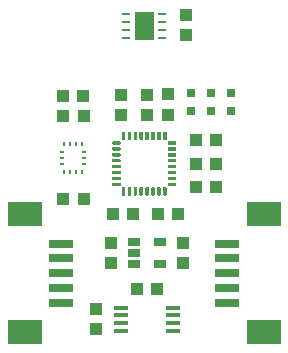
<source format=gbr>
G04 #@! TF.GenerationSoftware,KiCad,Pcbnew,(5.1.2)-1*
G04 #@! TF.CreationDate,2019-06-05T16:17:15+02:00*
G04 #@! TF.ProjectId,BodyTempUnit-e7,426f6479-5465-46d7-9055-6e69742d6537,rev?*
G04 #@! TF.SameCoordinates,Original*
G04 #@! TF.FileFunction,Paste,Top*
G04 #@! TF.FilePolarity,Positive*
%FSLAX46Y46*%
G04 Gerber Fmt 4.6, Leading zero omitted, Abs format (unit mm)*
G04 Created by KiCad (PCBNEW (5.1.2)-1) date 2019-06-05 16:17:15*
%MOMM*%
%LPD*%
G04 APERTURE LIST*
%ADD10C,0.100000*%
%ADD11R,1.080000X1.050000*%
%ADD12R,1.060000X0.650000*%
%ADD13R,1.200000X0.450000*%
%ADD14R,0.799996X0.275600*%
%ADD15R,3.000000X2.100000*%
%ADD16R,2.000000X0.800000*%
%ADD17R,0.450000X0.250000*%
%ADD18R,0.250000X0.450000*%
%ADD19R,1.050000X1.080000*%
%ADD20R,1.100000X1.000000*%
%ADD21R,1.000000X1.100000*%
%ADD22C,0.300000*%
%ADD23R,0.800000X0.800000*%
G04 APERTURE END LIST*
D10*
G36*
X76701000Y-106375200D02*
G01*
X76701000Y-108762800D01*
X78301200Y-108762800D01*
X78301200Y-106375200D01*
X76701000Y-106375200D01*
G37*
D11*
X80800000Y-127687000D03*
X80800000Y-125937000D03*
X74704000Y-127687000D03*
X74704000Y-125937000D03*
D12*
X78852000Y-125862000D03*
X78852000Y-127762000D03*
X76652000Y-127762000D03*
X76652000Y-126812000D03*
X76652000Y-125862000D03*
D13*
X79927000Y-131425000D03*
X79927000Y-132075000D03*
X79927000Y-132725000D03*
X79927000Y-133375000D03*
X75577000Y-133375000D03*
X75577000Y-132725000D03*
X75577000Y-132075000D03*
X75577000Y-131425000D03*
D14*
X79050500Y-106578400D03*
X79050500Y-107238800D03*
X79050500Y-107899200D03*
X79050500Y-108559600D03*
X75951700Y-108559600D03*
X75951700Y-107899200D03*
X75951700Y-107238800D03*
X75951700Y-106578400D03*
D15*
X87626100Y-123503600D03*
X87626100Y-133503600D03*
D16*
X84501100Y-126003600D03*
X84501100Y-127253600D03*
X84501100Y-128503600D03*
X84501100Y-129753600D03*
X84501100Y-131003600D03*
D15*
X67376100Y-133503600D03*
X67376100Y-123503600D03*
D16*
X70501100Y-131003600D03*
X70501100Y-129753600D03*
X70501100Y-128503600D03*
X70501100Y-127253600D03*
X70501100Y-126003600D03*
D13*
X79927000Y-131425000D03*
X79927000Y-132075000D03*
X79927000Y-132725000D03*
X79927000Y-133375000D03*
X75577000Y-133375000D03*
X75577000Y-132725000D03*
X75577000Y-132075000D03*
X75577000Y-131425000D03*
D17*
X72426100Y-118233600D03*
X72426100Y-118733600D03*
X72426100Y-119233600D03*
D18*
X72251100Y-119908600D03*
X71751100Y-119908600D03*
X71251100Y-119908600D03*
X70751100Y-119908600D03*
D17*
X70576100Y-119233600D03*
X70576100Y-118733600D03*
X70576100Y-118233600D03*
D18*
X70751100Y-117558600D03*
X71251100Y-117558600D03*
X71751100Y-117558600D03*
X72251100Y-117558600D03*
D11*
X73406000Y-133275000D03*
X73406000Y-131525000D03*
X79501100Y-113358600D03*
X79501100Y-115108600D03*
D19*
X74845000Y-123510000D03*
X76595000Y-123510000D03*
D11*
X81001100Y-108378600D03*
X81001100Y-106628600D03*
D20*
X75501100Y-113383600D03*
X75501100Y-115083600D03*
D21*
X78602000Y-129860000D03*
X76902000Y-129860000D03*
D20*
X77735300Y-113383600D03*
X77735300Y-115083600D03*
D10*
G36*
X75433451Y-120833961D02*
G01*
X75440732Y-120835041D01*
X75447871Y-120836829D01*
X75454801Y-120839309D01*
X75461455Y-120842456D01*
X75467768Y-120846240D01*
X75473679Y-120850624D01*
X75479133Y-120855567D01*
X75484076Y-120861021D01*
X75488460Y-120866932D01*
X75492244Y-120873245D01*
X75495391Y-120879899D01*
X75497871Y-120886829D01*
X75499659Y-120893968D01*
X75500739Y-120901249D01*
X75501100Y-120908600D01*
X75501100Y-121058600D01*
X75500739Y-121065951D01*
X75499659Y-121073232D01*
X75497871Y-121080371D01*
X75495391Y-121087301D01*
X75492244Y-121093955D01*
X75488460Y-121100268D01*
X75484076Y-121106179D01*
X75479133Y-121111633D01*
X75473679Y-121116576D01*
X75467768Y-121120960D01*
X75461455Y-121124744D01*
X75454801Y-121127891D01*
X75447871Y-121130371D01*
X75440732Y-121132159D01*
X75433451Y-121133239D01*
X75426100Y-121133600D01*
X74876100Y-121133600D01*
X74868749Y-121133239D01*
X74861468Y-121132159D01*
X74854329Y-121130371D01*
X74847399Y-121127891D01*
X74840745Y-121124744D01*
X74834432Y-121120960D01*
X74828521Y-121116576D01*
X74823067Y-121111633D01*
X74818124Y-121106179D01*
X74813740Y-121100268D01*
X74809956Y-121093955D01*
X74806809Y-121087301D01*
X74804329Y-121080371D01*
X74802541Y-121073232D01*
X74801461Y-121065951D01*
X74801100Y-121058600D01*
X74801100Y-120908600D01*
X74801461Y-120901249D01*
X74802541Y-120893968D01*
X74804329Y-120886829D01*
X74806809Y-120879899D01*
X74809956Y-120873245D01*
X74813740Y-120866932D01*
X74818124Y-120861021D01*
X74823067Y-120855567D01*
X74828521Y-120850624D01*
X74834432Y-120846240D01*
X74840745Y-120842456D01*
X74847399Y-120839309D01*
X74854329Y-120836829D01*
X74861468Y-120835041D01*
X74868749Y-120833961D01*
X74876100Y-120833600D01*
X75426100Y-120833600D01*
X75433451Y-120833961D01*
X75433451Y-120833961D01*
G37*
D22*
X75151100Y-120983600D03*
D10*
G36*
X75433451Y-120333961D02*
G01*
X75440732Y-120335041D01*
X75447871Y-120336829D01*
X75454801Y-120339309D01*
X75461455Y-120342456D01*
X75467768Y-120346240D01*
X75473679Y-120350624D01*
X75479133Y-120355567D01*
X75484076Y-120361021D01*
X75488460Y-120366932D01*
X75492244Y-120373245D01*
X75495391Y-120379899D01*
X75497871Y-120386829D01*
X75499659Y-120393968D01*
X75500739Y-120401249D01*
X75501100Y-120408600D01*
X75501100Y-120558600D01*
X75500739Y-120565951D01*
X75499659Y-120573232D01*
X75497871Y-120580371D01*
X75495391Y-120587301D01*
X75492244Y-120593955D01*
X75488460Y-120600268D01*
X75484076Y-120606179D01*
X75479133Y-120611633D01*
X75473679Y-120616576D01*
X75467768Y-120620960D01*
X75461455Y-120624744D01*
X75454801Y-120627891D01*
X75447871Y-120630371D01*
X75440732Y-120632159D01*
X75433451Y-120633239D01*
X75426100Y-120633600D01*
X74876100Y-120633600D01*
X74868749Y-120633239D01*
X74861468Y-120632159D01*
X74854329Y-120630371D01*
X74847399Y-120627891D01*
X74840745Y-120624744D01*
X74834432Y-120620960D01*
X74828521Y-120616576D01*
X74823067Y-120611633D01*
X74818124Y-120606179D01*
X74813740Y-120600268D01*
X74809956Y-120593955D01*
X74806809Y-120587301D01*
X74804329Y-120580371D01*
X74802541Y-120573232D01*
X74801461Y-120565951D01*
X74801100Y-120558600D01*
X74801100Y-120408600D01*
X74801461Y-120401249D01*
X74802541Y-120393968D01*
X74804329Y-120386829D01*
X74806809Y-120379899D01*
X74809956Y-120373245D01*
X74813740Y-120366932D01*
X74818124Y-120361021D01*
X74823067Y-120355567D01*
X74828521Y-120350624D01*
X74834432Y-120346240D01*
X74840745Y-120342456D01*
X74847399Y-120339309D01*
X74854329Y-120336829D01*
X74861468Y-120335041D01*
X74868749Y-120333961D01*
X74876100Y-120333600D01*
X75426100Y-120333600D01*
X75433451Y-120333961D01*
X75433451Y-120333961D01*
G37*
D22*
X75151100Y-120483600D03*
D10*
G36*
X75433451Y-119833961D02*
G01*
X75440732Y-119835041D01*
X75447871Y-119836829D01*
X75454801Y-119839309D01*
X75461455Y-119842456D01*
X75467768Y-119846240D01*
X75473679Y-119850624D01*
X75479133Y-119855567D01*
X75484076Y-119861021D01*
X75488460Y-119866932D01*
X75492244Y-119873245D01*
X75495391Y-119879899D01*
X75497871Y-119886829D01*
X75499659Y-119893968D01*
X75500739Y-119901249D01*
X75501100Y-119908600D01*
X75501100Y-120058600D01*
X75500739Y-120065951D01*
X75499659Y-120073232D01*
X75497871Y-120080371D01*
X75495391Y-120087301D01*
X75492244Y-120093955D01*
X75488460Y-120100268D01*
X75484076Y-120106179D01*
X75479133Y-120111633D01*
X75473679Y-120116576D01*
X75467768Y-120120960D01*
X75461455Y-120124744D01*
X75454801Y-120127891D01*
X75447871Y-120130371D01*
X75440732Y-120132159D01*
X75433451Y-120133239D01*
X75426100Y-120133600D01*
X74876100Y-120133600D01*
X74868749Y-120133239D01*
X74861468Y-120132159D01*
X74854329Y-120130371D01*
X74847399Y-120127891D01*
X74840745Y-120124744D01*
X74834432Y-120120960D01*
X74828521Y-120116576D01*
X74823067Y-120111633D01*
X74818124Y-120106179D01*
X74813740Y-120100268D01*
X74809956Y-120093955D01*
X74806809Y-120087301D01*
X74804329Y-120080371D01*
X74802541Y-120073232D01*
X74801461Y-120065951D01*
X74801100Y-120058600D01*
X74801100Y-119908600D01*
X74801461Y-119901249D01*
X74802541Y-119893968D01*
X74804329Y-119886829D01*
X74806809Y-119879899D01*
X74809956Y-119873245D01*
X74813740Y-119866932D01*
X74818124Y-119861021D01*
X74823067Y-119855567D01*
X74828521Y-119850624D01*
X74834432Y-119846240D01*
X74840745Y-119842456D01*
X74847399Y-119839309D01*
X74854329Y-119836829D01*
X74861468Y-119835041D01*
X74868749Y-119833961D01*
X74876100Y-119833600D01*
X75426100Y-119833600D01*
X75433451Y-119833961D01*
X75433451Y-119833961D01*
G37*
D22*
X75151100Y-119983600D03*
D10*
G36*
X75433451Y-119333961D02*
G01*
X75440732Y-119335041D01*
X75447871Y-119336829D01*
X75454801Y-119339309D01*
X75461455Y-119342456D01*
X75467768Y-119346240D01*
X75473679Y-119350624D01*
X75479133Y-119355567D01*
X75484076Y-119361021D01*
X75488460Y-119366932D01*
X75492244Y-119373245D01*
X75495391Y-119379899D01*
X75497871Y-119386829D01*
X75499659Y-119393968D01*
X75500739Y-119401249D01*
X75501100Y-119408600D01*
X75501100Y-119558600D01*
X75500739Y-119565951D01*
X75499659Y-119573232D01*
X75497871Y-119580371D01*
X75495391Y-119587301D01*
X75492244Y-119593955D01*
X75488460Y-119600268D01*
X75484076Y-119606179D01*
X75479133Y-119611633D01*
X75473679Y-119616576D01*
X75467768Y-119620960D01*
X75461455Y-119624744D01*
X75454801Y-119627891D01*
X75447871Y-119630371D01*
X75440732Y-119632159D01*
X75433451Y-119633239D01*
X75426100Y-119633600D01*
X74876100Y-119633600D01*
X74868749Y-119633239D01*
X74861468Y-119632159D01*
X74854329Y-119630371D01*
X74847399Y-119627891D01*
X74840745Y-119624744D01*
X74834432Y-119620960D01*
X74828521Y-119616576D01*
X74823067Y-119611633D01*
X74818124Y-119606179D01*
X74813740Y-119600268D01*
X74809956Y-119593955D01*
X74806809Y-119587301D01*
X74804329Y-119580371D01*
X74802541Y-119573232D01*
X74801461Y-119565951D01*
X74801100Y-119558600D01*
X74801100Y-119408600D01*
X74801461Y-119401249D01*
X74802541Y-119393968D01*
X74804329Y-119386829D01*
X74806809Y-119379899D01*
X74809956Y-119373245D01*
X74813740Y-119366932D01*
X74818124Y-119361021D01*
X74823067Y-119355567D01*
X74828521Y-119350624D01*
X74834432Y-119346240D01*
X74840745Y-119342456D01*
X74847399Y-119339309D01*
X74854329Y-119336829D01*
X74861468Y-119335041D01*
X74868749Y-119333961D01*
X74876100Y-119333600D01*
X75426100Y-119333600D01*
X75433451Y-119333961D01*
X75433451Y-119333961D01*
G37*
D22*
X75151100Y-119483600D03*
D10*
G36*
X75433451Y-118833961D02*
G01*
X75440732Y-118835041D01*
X75447871Y-118836829D01*
X75454801Y-118839309D01*
X75461455Y-118842456D01*
X75467768Y-118846240D01*
X75473679Y-118850624D01*
X75479133Y-118855567D01*
X75484076Y-118861021D01*
X75488460Y-118866932D01*
X75492244Y-118873245D01*
X75495391Y-118879899D01*
X75497871Y-118886829D01*
X75499659Y-118893968D01*
X75500739Y-118901249D01*
X75501100Y-118908600D01*
X75501100Y-119058600D01*
X75500739Y-119065951D01*
X75499659Y-119073232D01*
X75497871Y-119080371D01*
X75495391Y-119087301D01*
X75492244Y-119093955D01*
X75488460Y-119100268D01*
X75484076Y-119106179D01*
X75479133Y-119111633D01*
X75473679Y-119116576D01*
X75467768Y-119120960D01*
X75461455Y-119124744D01*
X75454801Y-119127891D01*
X75447871Y-119130371D01*
X75440732Y-119132159D01*
X75433451Y-119133239D01*
X75426100Y-119133600D01*
X74876100Y-119133600D01*
X74868749Y-119133239D01*
X74861468Y-119132159D01*
X74854329Y-119130371D01*
X74847399Y-119127891D01*
X74840745Y-119124744D01*
X74834432Y-119120960D01*
X74828521Y-119116576D01*
X74823067Y-119111633D01*
X74818124Y-119106179D01*
X74813740Y-119100268D01*
X74809956Y-119093955D01*
X74806809Y-119087301D01*
X74804329Y-119080371D01*
X74802541Y-119073232D01*
X74801461Y-119065951D01*
X74801100Y-119058600D01*
X74801100Y-118908600D01*
X74801461Y-118901249D01*
X74802541Y-118893968D01*
X74804329Y-118886829D01*
X74806809Y-118879899D01*
X74809956Y-118873245D01*
X74813740Y-118866932D01*
X74818124Y-118861021D01*
X74823067Y-118855567D01*
X74828521Y-118850624D01*
X74834432Y-118846240D01*
X74840745Y-118842456D01*
X74847399Y-118839309D01*
X74854329Y-118836829D01*
X74861468Y-118835041D01*
X74868749Y-118833961D01*
X74876100Y-118833600D01*
X75426100Y-118833600D01*
X75433451Y-118833961D01*
X75433451Y-118833961D01*
G37*
D22*
X75151100Y-118983600D03*
D10*
G36*
X75433451Y-118333961D02*
G01*
X75440732Y-118335041D01*
X75447871Y-118336829D01*
X75454801Y-118339309D01*
X75461455Y-118342456D01*
X75467768Y-118346240D01*
X75473679Y-118350624D01*
X75479133Y-118355567D01*
X75484076Y-118361021D01*
X75488460Y-118366932D01*
X75492244Y-118373245D01*
X75495391Y-118379899D01*
X75497871Y-118386829D01*
X75499659Y-118393968D01*
X75500739Y-118401249D01*
X75501100Y-118408600D01*
X75501100Y-118558600D01*
X75500739Y-118565951D01*
X75499659Y-118573232D01*
X75497871Y-118580371D01*
X75495391Y-118587301D01*
X75492244Y-118593955D01*
X75488460Y-118600268D01*
X75484076Y-118606179D01*
X75479133Y-118611633D01*
X75473679Y-118616576D01*
X75467768Y-118620960D01*
X75461455Y-118624744D01*
X75454801Y-118627891D01*
X75447871Y-118630371D01*
X75440732Y-118632159D01*
X75433451Y-118633239D01*
X75426100Y-118633600D01*
X74876100Y-118633600D01*
X74868749Y-118633239D01*
X74861468Y-118632159D01*
X74854329Y-118630371D01*
X74847399Y-118627891D01*
X74840745Y-118624744D01*
X74834432Y-118620960D01*
X74828521Y-118616576D01*
X74823067Y-118611633D01*
X74818124Y-118606179D01*
X74813740Y-118600268D01*
X74809956Y-118593955D01*
X74806809Y-118587301D01*
X74804329Y-118580371D01*
X74802541Y-118573232D01*
X74801461Y-118565951D01*
X74801100Y-118558600D01*
X74801100Y-118408600D01*
X74801461Y-118401249D01*
X74802541Y-118393968D01*
X74804329Y-118386829D01*
X74806809Y-118379899D01*
X74809956Y-118373245D01*
X74813740Y-118366932D01*
X74818124Y-118361021D01*
X74823067Y-118355567D01*
X74828521Y-118350624D01*
X74834432Y-118346240D01*
X74840745Y-118342456D01*
X74847399Y-118339309D01*
X74854329Y-118336829D01*
X74861468Y-118335041D01*
X74868749Y-118333961D01*
X74876100Y-118333600D01*
X75426100Y-118333600D01*
X75433451Y-118333961D01*
X75433451Y-118333961D01*
G37*
D22*
X75151100Y-118483600D03*
D10*
G36*
X75433451Y-117833961D02*
G01*
X75440732Y-117835041D01*
X75447871Y-117836829D01*
X75454801Y-117839309D01*
X75461455Y-117842456D01*
X75467768Y-117846240D01*
X75473679Y-117850624D01*
X75479133Y-117855567D01*
X75484076Y-117861021D01*
X75488460Y-117866932D01*
X75492244Y-117873245D01*
X75495391Y-117879899D01*
X75497871Y-117886829D01*
X75499659Y-117893968D01*
X75500739Y-117901249D01*
X75501100Y-117908600D01*
X75501100Y-118058600D01*
X75500739Y-118065951D01*
X75499659Y-118073232D01*
X75497871Y-118080371D01*
X75495391Y-118087301D01*
X75492244Y-118093955D01*
X75488460Y-118100268D01*
X75484076Y-118106179D01*
X75479133Y-118111633D01*
X75473679Y-118116576D01*
X75467768Y-118120960D01*
X75461455Y-118124744D01*
X75454801Y-118127891D01*
X75447871Y-118130371D01*
X75440732Y-118132159D01*
X75433451Y-118133239D01*
X75426100Y-118133600D01*
X74876100Y-118133600D01*
X74868749Y-118133239D01*
X74861468Y-118132159D01*
X74854329Y-118130371D01*
X74847399Y-118127891D01*
X74840745Y-118124744D01*
X74834432Y-118120960D01*
X74828521Y-118116576D01*
X74823067Y-118111633D01*
X74818124Y-118106179D01*
X74813740Y-118100268D01*
X74809956Y-118093955D01*
X74806809Y-118087301D01*
X74804329Y-118080371D01*
X74802541Y-118073232D01*
X74801461Y-118065951D01*
X74801100Y-118058600D01*
X74801100Y-117908600D01*
X74801461Y-117901249D01*
X74802541Y-117893968D01*
X74804329Y-117886829D01*
X74806809Y-117879899D01*
X74809956Y-117873245D01*
X74813740Y-117866932D01*
X74818124Y-117861021D01*
X74823067Y-117855567D01*
X74828521Y-117850624D01*
X74834432Y-117846240D01*
X74840745Y-117842456D01*
X74847399Y-117839309D01*
X74854329Y-117836829D01*
X74861468Y-117835041D01*
X74868749Y-117833961D01*
X74876100Y-117833600D01*
X75426100Y-117833600D01*
X75433451Y-117833961D01*
X75433451Y-117833961D01*
G37*
D22*
X75151100Y-117983600D03*
D10*
G36*
X75433451Y-117333961D02*
G01*
X75440732Y-117335041D01*
X75447871Y-117336829D01*
X75454801Y-117339309D01*
X75461455Y-117342456D01*
X75467768Y-117346240D01*
X75473679Y-117350624D01*
X75479133Y-117355567D01*
X75484076Y-117361021D01*
X75488460Y-117366932D01*
X75492244Y-117373245D01*
X75495391Y-117379899D01*
X75497871Y-117386829D01*
X75499659Y-117393968D01*
X75500739Y-117401249D01*
X75501100Y-117408600D01*
X75501100Y-117558600D01*
X75500739Y-117565951D01*
X75499659Y-117573232D01*
X75497871Y-117580371D01*
X75495391Y-117587301D01*
X75492244Y-117593955D01*
X75488460Y-117600268D01*
X75484076Y-117606179D01*
X75479133Y-117611633D01*
X75473679Y-117616576D01*
X75467768Y-117620960D01*
X75461455Y-117624744D01*
X75454801Y-117627891D01*
X75447871Y-117630371D01*
X75440732Y-117632159D01*
X75433451Y-117633239D01*
X75426100Y-117633600D01*
X74876100Y-117633600D01*
X74868749Y-117633239D01*
X74861468Y-117632159D01*
X74854329Y-117630371D01*
X74847399Y-117627891D01*
X74840745Y-117624744D01*
X74834432Y-117620960D01*
X74828521Y-117616576D01*
X74823067Y-117611633D01*
X74818124Y-117606179D01*
X74813740Y-117600268D01*
X74809956Y-117593955D01*
X74806809Y-117587301D01*
X74804329Y-117580371D01*
X74802541Y-117573232D01*
X74801461Y-117565951D01*
X74801100Y-117558600D01*
X74801100Y-117408600D01*
X74801461Y-117401249D01*
X74802541Y-117393968D01*
X74804329Y-117386829D01*
X74806809Y-117379899D01*
X74809956Y-117373245D01*
X74813740Y-117366932D01*
X74818124Y-117361021D01*
X74823067Y-117355567D01*
X74828521Y-117350624D01*
X74834432Y-117346240D01*
X74840745Y-117342456D01*
X74847399Y-117339309D01*
X74854329Y-117336829D01*
X74861468Y-117335041D01*
X74868749Y-117333961D01*
X74876100Y-117333600D01*
X75426100Y-117333600D01*
X75433451Y-117333961D01*
X75433451Y-117333961D01*
G37*
D22*
X75151100Y-117483600D03*
D10*
G36*
X75833451Y-116533961D02*
G01*
X75840732Y-116535041D01*
X75847871Y-116536829D01*
X75854801Y-116539309D01*
X75861455Y-116542456D01*
X75867768Y-116546240D01*
X75873679Y-116550624D01*
X75879133Y-116555567D01*
X75884076Y-116561021D01*
X75888460Y-116566932D01*
X75892244Y-116573245D01*
X75895391Y-116579899D01*
X75897871Y-116586829D01*
X75899659Y-116593968D01*
X75900739Y-116601249D01*
X75901100Y-116608600D01*
X75901100Y-117158600D01*
X75900739Y-117165951D01*
X75899659Y-117173232D01*
X75897871Y-117180371D01*
X75895391Y-117187301D01*
X75892244Y-117193955D01*
X75888460Y-117200268D01*
X75884076Y-117206179D01*
X75879133Y-117211633D01*
X75873679Y-117216576D01*
X75867768Y-117220960D01*
X75861455Y-117224744D01*
X75854801Y-117227891D01*
X75847871Y-117230371D01*
X75840732Y-117232159D01*
X75833451Y-117233239D01*
X75826100Y-117233600D01*
X75676100Y-117233600D01*
X75668749Y-117233239D01*
X75661468Y-117232159D01*
X75654329Y-117230371D01*
X75647399Y-117227891D01*
X75640745Y-117224744D01*
X75634432Y-117220960D01*
X75628521Y-117216576D01*
X75623067Y-117211633D01*
X75618124Y-117206179D01*
X75613740Y-117200268D01*
X75609956Y-117193955D01*
X75606809Y-117187301D01*
X75604329Y-117180371D01*
X75602541Y-117173232D01*
X75601461Y-117165951D01*
X75601100Y-117158600D01*
X75601100Y-116608600D01*
X75601461Y-116601249D01*
X75602541Y-116593968D01*
X75604329Y-116586829D01*
X75606809Y-116579899D01*
X75609956Y-116573245D01*
X75613740Y-116566932D01*
X75618124Y-116561021D01*
X75623067Y-116555567D01*
X75628521Y-116550624D01*
X75634432Y-116546240D01*
X75640745Y-116542456D01*
X75647399Y-116539309D01*
X75654329Y-116536829D01*
X75661468Y-116535041D01*
X75668749Y-116533961D01*
X75676100Y-116533600D01*
X75826100Y-116533600D01*
X75833451Y-116533961D01*
X75833451Y-116533961D01*
G37*
D22*
X75751100Y-116883600D03*
D10*
G36*
X76333451Y-116533961D02*
G01*
X76340732Y-116535041D01*
X76347871Y-116536829D01*
X76354801Y-116539309D01*
X76361455Y-116542456D01*
X76367768Y-116546240D01*
X76373679Y-116550624D01*
X76379133Y-116555567D01*
X76384076Y-116561021D01*
X76388460Y-116566932D01*
X76392244Y-116573245D01*
X76395391Y-116579899D01*
X76397871Y-116586829D01*
X76399659Y-116593968D01*
X76400739Y-116601249D01*
X76401100Y-116608600D01*
X76401100Y-117158600D01*
X76400739Y-117165951D01*
X76399659Y-117173232D01*
X76397871Y-117180371D01*
X76395391Y-117187301D01*
X76392244Y-117193955D01*
X76388460Y-117200268D01*
X76384076Y-117206179D01*
X76379133Y-117211633D01*
X76373679Y-117216576D01*
X76367768Y-117220960D01*
X76361455Y-117224744D01*
X76354801Y-117227891D01*
X76347871Y-117230371D01*
X76340732Y-117232159D01*
X76333451Y-117233239D01*
X76326100Y-117233600D01*
X76176100Y-117233600D01*
X76168749Y-117233239D01*
X76161468Y-117232159D01*
X76154329Y-117230371D01*
X76147399Y-117227891D01*
X76140745Y-117224744D01*
X76134432Y-117220960D01*
X76128521Y-117216576D01*
X76123067Y-117211633D01*
X76118124Y-117206179D01*
X76113740Y-117200268D01*
X76109956Y-117193955D01*
X76106809Y-117187301D01*
X76104329Y-117180371D01*
X76102541Y-117173232D01*
X76101461Y-117165951D01*
X76101100Y-117158600D01*
X76101100Y-116608600D01*
X76101461Y-116601249D01*
X76102541Y-116593968D01*
X76104329Y-116586829D01*
X76106809Y-116579899D01*
X76109956Y-116573245D01*
X76113740Y-116566932D01*
X76118124Y-116561021D01*
X76123067Y-116555567D01*
X76128521Y-116550624D01*
X76134432Y-116546240D01*
X76140745Y-116542456D01*
X76147399Y-116539309D01*
X76154329Y-116536829D01*
X76161468Y-116535041D01*
X76168749Y-116533961D01*
X76176100Y-116533600D01*
X76326100Y-116533600D01*
X76333451Y-116533961D01*
X76333451Y-116533961D01*
G37*
D22*
X76251100Y-116883600D03*
D10*
G36*
X76833451Y-116533961D02*
G01*
X76840732Y-116535041D01*
X76847871Y-116536829D01*
X76854801Y-116539309D01*
X76861455Y-116542456D01*
X76867768Y-116546240D01*
X76873679Y-116550624D01*
X76879133Y-116555567D01*
X76884076Y-116561021D01*
X76888460Y-116566932D01*
X76892244Y-116573245D01*
X76895391Y-116579899D01*
X76897871Y-116586829D01*
X76899659Y-116593968D01*
X76900739Y-116601249D01*
X76901100Y-116608600D01*
X76901100Y-117158600D01*
X76900739Y-117165951D01*
X76899659Y-117173232D01*
X76897871Y-117180371D01*
X76895391Y-117187301D01*
X76892244Y-117193955D01*
X76888460Y-117200268D01*
X76884076Y-117206179D01*
X76879133Y-117211633D01*
X76873679Y-117216576D01*
X76867768Y-117220960D01*
X76861455Y-117224744D01*
X76854801Y-117227891D01*
X76847871Y-117230371D01*
X76840732Y-117232159D01*
X76833451Y-117233239D01*
X76826100Y-117233600D01*
X76676100Y-117233600D01*
X76668749Y-117233239D01*
X76661468Y-117232159D01*
X76654329Y-117230371D01*
X76647399Y-117227891D01*
X76640745Y-117224744D01*
X76634432Y-117220960D01*
X76628521Y-117216576D01*
X76623067Y-117211633D01*
X76618124Y-117206179D01*
X76613740Y-117200268D01*
X76609956Y-117193955D01*
X76606809Y-117187301D01*
X76604329Y-117180371D01*
X76602541Y-117173232D01*
X76601461Y-117165951D01*
X76601100Y-117158600D01*
X76601100Y-116608600D01*
X76601461Y-116601249D01*
X76602541Y-116593968D01*
X76604329Y-116586829D01*
X76606809Y-116579899D01*
X76609956Y-116573245D01*
X76613740Y-116566932D01*
X76618124Y-116561021D01*
X76623067Y-116555567D01*
X76628521Y-116550624D01*
X76634432Y-116546240D01*
X76640745Y-116542456D01*
X76647399Y-116539309D01*
X76654329Y-116536829D01*
X76661468Y-116535041D01*
X76668749Y-116533961D01*
X76676100Y-116533600D01*
X76826100Y-116533600D01*
X76833451Y-116533961D01*
X76833451Y-116533961D01*
G37*
D22*
X76751100Y-116883600D03*
D10*
G36*
X77333451Y-116533961D02*
G01*
X77340732Y-116535041D01*
X77347871Y-116536829D01*
X77354801Y-116539309D01*
X77361455Y-116542456D01*
X77367768Y-116546240D01*
X77373679Y-116550624D01*
X77379133Y-116555567D01*
X77384076Y-116561021D01*
X77388460Y-116566932D01*
X77392244Y-116573245D01*
X77395391Y-116579899D01*
X77397871Y-116586829D01*
X77399659Y-116593968D01*
X77400739Y-116601249D01*
X77401100Y-116608600D01*
X77401100Y-117158600D01*
X77400739Y-117165951D01*
X77399659Y-117173232D01*
X77397871Y-117180371D01*
X77395391Y-117187301D01*
X77392244Y-117193955D01*
X77388460Y-117200268D01*
X77384076Y-117206179D01*
X77379133Y-117211633D01*
X77373679Y-117216576D01*
X77367768Y-117220960D01*
X77361455Y-117224744D01*
X77354801Y-117227891D01*
X77347871Y-117230371D01*
X77340732Y-117232159D01*
X77333451Y-117233239D01*
X77326100Y-117233600D01*
X77176100Y-117233600D01*
X77168749Y-117233239D01*
X77161468Y-117232159D01*
X77154329Y-117230371D01*
X77147399Y-117227891D01*
X77140745Y-117224744D01*
X77134432Y-117220960D01*
X77128521Y-117216576D01*
X77123067Y-117211633D01*
X77118124Y-117206179D01*
X77113740Y-117200268D01*
X77109956Y-117193955D01*
X77106809Y-117187301D01*
X77104329Y-117180371D01*
X77102541Y-117173232D01*
X77101461Y-117165951D01*
X77101100Y-117158600D01*
X77101100Y-116608600D01*
X77101461Y-116601249D01*
X77102541Y-116593968D01*
X77104329Y-116586829D01*
X77106809Y-116579899D01*
X77109956Y-116573245D01*
X77113740Y-116566932D01*
X77118124Y-116561021D01*
X77123067Y-116555567D01*
X77128521Y-116550624D01*
X77134432Y-116546240D01*
X77140745Y-116542456D01*
X77147399Y-116539309D01*
X77154329Y-116536829D01*
X77161468Y-116535041D01*
X77168749Y-116533961D01*
X77176100Y-116533600D01*
X77326100Y-116533600D01*
X77333451Y-116533961D01*
X77333451Y-116533961D01*
G37*
D22*
X77251100Y-116883600D03*
D10*
G36*
X77833451Y-116533961D02*
G01*
X77840732Y-116535041D01*
X77847871Y-116536829D01*
X77854801Y-116539309D01*
X77861455Y-116542456D01*
X77867768Y-116546240D01*
X77873679Y-116550624D01*
X77879133Y-116555567D01*
X77884076Y-116561021D01*
X77888460Y-116566932D01*
X77892244Y-116573245D01*
X77895391Y-116579899D01*
X77897871Y-116586829D01*
X77899659Y-116593968D01*
X77900739Y-116601249D01*
X77901100Y-116608600D01*
X77901100Y-117158600D01*
X77900739Y-117165951D01*
X77899659Y-117173232D01*
X77897871Y-117180371D01*
X77895391Y-117187301D01*
X77892244Y-117193955D01*
X77888460Y-117200268D01*
X77884076Y-117206179D01*
X77879133Y-117211633D01*
X77873679Y-117216576D01*
X77867768Y-117220960D01*
X77861455Y-117224744D01*
X77854801Y-117227891D01*
X77847871Y-117230371D01*
X77840732Y-117232159D01*
X77833451Y-117233239D01*
X77826100Y-117233600D01*
X77676100Y-117233600D01*
X77668749Y-117233239D01*
X77661468Y-117232159D01*
X77654329Y-117230371D01*
X77647399Y-117227891D01*
X77640745Y-117224744D01*
X77634432Y-117220960D01*
X77628521Y-117216576D01*
X77623067Y-117211633D01*
X77618124Y-117206179D01*
X77613740Y-117200268D01*
X77609956Y-117193955D01*
X77606809Y-117187301D01*
X77604329Y-117180371D01*
X77602541Y-117173232D01*
X77601461Y-117165951D01*
X77601100Y-117158600D01*
X77601100Y-116608600D01*
X77601461Y-116601249D01*
X77602541Y-116593968D01*
X77604329Y-116586829D01*
X77606809Y-116579899D01*
X77609956Y-116573245D01*
X77613740Y-116566932D01*
X77618124Y-116561021D01*
X77623067Y-116555567D01*
X77628521Y-116550624D01*
X77634432Y-116546240D01*
X77640745Y-116542456D01*
X77647399Y-116539309D01*
X77654329Y-116536829D01*
X77661468Y-116535041D01*
X77668749Y-116533961D01*
X77676100Y-116533600D01*
X77826100Y-116533600D01*
X77833451Y-116533961D01*
X77833451Y-116533961D01*
G37*
D22*
X77751100Y-116883600D03*
D10*
G36*
X78333451Y-116533961D02*
G01*
X78340732Y-116535041D01*
X78347871Y-116536829D01*
X78354801Y-116539309D01*
X78361455Y-116542456D01*
X78367768Y-116546240D01*
X78373679Y-116550624D01*
X78379133Y-116555567D01*
X78384076Y-116561021D01*
X78388460Y-116566932D01*
X78392244Y-116573245D01*
X78395391Y-116579899D01*
X78397871Y-116586829D01*
X78399659Y-116593968D01*
X78400739Y-116601249D01*
X78401100Y-116608600D01*
X78401100Y-117158600D01*
X78400739Y-117165951D01*
X78399659Y-117173232D01*
X78397871Y-117180371D01*
X78395391Y-117187301D01*
X78392244Y-117193955D01*
X78388460Y-117200268D01*
X78384076Y-117206179D01*
X78379133Y-117211633D01*
X78373679Y-117216576D01*
X78367768Y-117220960D01*
X78361455Y-117224744D01*
X78354801Y-117227891D01*
X78347871Y-117230371D01*
X78340732Y-117232159D01*
X78333451Y-117233239D01*
X78326100Y-117233600D01*
X78176100Y-117233600D01*
X78168749Y-117233239D01*
X78161468Y-117232159D01*
X78154329Y-117230371D01*
X78147399Y-117227891D01*
X78140745Y-117224744D01*
X78134432Y-117220960D01*
X78128521Y-117216576D01*
X78123067Y-117211633D01*
X78118124Y-117206179D01*
X78113740Y-117200268D01*
X78109956Y-117193955D01*
X78106809Y-117187301D01*
X78104329Y-117180371D01*
X78102541Y-117173232D01*
X78101461Y-117165951D01*
X78101100Y-117158600D01*
X78101100Y-116608600D01*
X78101461Y-116601249D01*
X78102541Y-116593968D01*
X78104329Y-116586829D01*
X78106809Y-116579899D01*
X78109956Y-116573245D01*
X78113740Y-116566932D01*
X78118124Y-116561021D01*
X78123067Y-116555567D01*
X78128521Y-116550624D01*
X78134432Y-116546240D01*
X78140745Y-116542456D01*
X78147399Y-116539309D01*
X78154329Y-116536829D01*
X78161468Y-116535041D01*
X78168749Y-116533961D01*
X78176100Y-116533600D01*
X78326100Y-116533600D01*
X78333451Y-116533961D01*
X78333451Y-116533961D01*
G37*
D22*
X78251100Y-116883600D03*
D10*
G36*
X78833451Y-116533961D02*
G01*
X78840732Y-116535041D01*
X78847871Y-116536829D01*
X78854801Y-116539309D01*
X78861455Y-116542456D01*
X78867768Y-116546240D01*
X78873679Y-116550624D01*
X78879133Y-116555567D01*
X78884076Y-116561021D01*
X78888460Y-116566932D01*
X78892244Y-116573245D01*
X78895391Y-116579899D01*
X78897871Y-116586829D01*
X78899659Y-116593968D01*
X78900739Y-116601249D01*
X78901100Y-116608600D01*
X78901100Y-117158600D01*
X78900739Y-117165951D01*
X78899659Y-117173232D01*
X78897871Y-117180371D01*
X78895391Y-117187301D01*
X78892244Y-117193955D01*
X78888460Y-117200268D01*
X78884076Y-117206179D01*
X78879133Y-117211633D01*
X78873679Y-117216576D01*
X78867768Y-117220960D01*
X78861455Y-117224744D01*
X78854801Y-117227891D01*
X78847871Y-117230371D01*
X78840732Y-117232159D01*
X78833451Y-117233239D01*
X78826100Y-117233600D01*
X78676100Y-117233600D01*
X78668749Y-117233239D01*
X78661468Y-117232159D01*
X78654329Y-117230371D01*
X78647399Y-117227891D01*
X78640745Y-117224744D01*
X78634432Y-117220960D01*
X78628521Y-117216576D01*
X78623067Y-117211633D01*
X78618124Y-117206179D01*
X78613740Y-117200268D01*
X78609956Y-117193955D01*
X78606809Y-117187301D01*
X78604329Y-117180371D01*
X78602541Y-117173232D01*
X78601461Y-117165951D01*
X78601100Y-117158600D01*
X78601100Y-116608600D01*
X78601461Y-116601249D01*
X78602541Y-116593968D01*
X78604329Y-116586829D01*
X78606809Y-116579899D01*
X78609956Y-116573245D01*
X78613740Y-116566932D01*
X78618124Y-116561021D01*
X78623067Y-116555567D01*
X78628521Y-116550624D01*
X78634432Y-116546240D01*
X78640745Y-116542456D01*
X78647399Y-116539309D01*
X78654329Y-116536829D01*
X78661468Y-116535041D01*
X78668749Y-116533961D01*
X78676100Y-116533600D01*
X78826100Y-116533600D01*
X78833451Y-116533961D01*
X78833451Y-116533961D01*
G37*
D22*
X78751100Y-116883600D03*
D10*
G36*
X79333451Y-116533961D02*
G01*
X79340732Y-116535041D01*
X79347871Y-116536829D01*
X79354801Y-116539309D01*
X79361455Y-116542456D01*
X79367768Y-116546240D01*
X79373679Y-116550624D01*
X79379133Y-116555567D01*
X79384076Y-116561021D01*
X79388460Y-116566932D01*
X79392244Y-116573245D01*
X79395391Y-116579899D01*
X79397871Y-116586829D01*
X79399659Y-116593968D01*
X79400739Y-116601249D01*
X79401100Y-116608600D01*
X79401100Y-117158600D01*
X79400739Y-117165951D01*
X79399659Y-117173232D01*
X79397871Y-117180371D01*
X79395391Y-117187301D01*
X79392244Y-117193955D01*
X79388460Y-117200268D01*
X79384076Y-117206179D01*
X79379133Y-117211633D01*
X79373679Y-117216576D01*
X79367768Y-117220960D01*
X79361455Y-117224744D01*
X79354801Y-117227891D01*
X79347871Y-117230371D01*
X79340732Y-117232159D01*
X79333451Y-117233239D01*
X79326100Y-117233600D01*
X79176100Y-117233600D01*
X79168749Y-117233239D01*
X79161468Y-117232159D01*
X79154329Y-117230371D01*
X79147399Y-117227891D01*
X79140745Y-117224744D01*
X79134432Y-117220960D01*
X79128521Y-117216576D01*
X79123067Y-117211633D01*
X79118124Y-117206179D01*
X79113740Y-117200268D01*
X79109956Y-117193955D01*
X79106809Y-117187301D01*
X79104329Y-117180371D01*
X79102541Y-117173232D01*
X79101461Y-117165951D01*
X79101100Y-117158600D01*
X79101100Y-116608600D01*
X79101461Y-116601249D01*
X79102541Y-116593968D01*
X79104329Y-116586829D01*
X79106809Y-116579899D01*
X79109956Y-116573245D01*
X79113740Y-116566932D01*
X79118124Y-116561021D01*
X79123067Y-116555567D01*
X79128521Y-116550624D01*
X79134432Y-116546240D01*
X79140745Y-116542456D01*
X79147399Y-116539309D01*
X79154329Y-116536829D01*
X79161468Y-116535041D01*
X79168749Y-116533961D01*
X79176100Y-116533600D01*
X79326100Y-116533600D01*
X79333451Y-116533961D01*
X79333451Y-116533961D01*
G37*
D22*
X79251100Y-116883600D03*
D10*
G36*
X80133451Y-117333961D02*
G01*
X80140732Y-117335041D01*
X80147871Y-117336829D01*
X80154801Y-117339309D01*
X80161455Y-117342456D01*
X80167768Y-117346240D01*
X80173679Y-117350624D01*
X80179133Y-117355567D01*
X80184076Y-117361021D01*
X80188460Y-117366932D01*
X80192244Y-117373245D01*
X80195391Y-117379899D01*
X80197871Y-117386829D01*
X80199659Y-117393968D01*
X80200739Y-117401249D01*
X80201100Y-117408600D01*
X80201100Y-117558600D01*
X80200739Y-117565951D01*
X80199659Y-117573232D01*
X80197871Y-117580371D01*
X80195391Y-117587301D01*
X80192244Y-117593955D01*
X80188460Y-117600268D01*
X80184076Y-117606179D01*
X80179133Y-117611633D01*
X80173679Y-117616576D01*
X80167768Y-117620960D01*
X80161455Y-117624744D01*
X80154801Y-117627891D01*
X80147871Y-117630371D01*
X80140732Y-117632159D01*
X80133451Y-117633239D01*
X80126100Y-117633600D01*
X79576100Y-117633600D01*
X79568749Y-117633239D01*
X79561468Y-117632159D01*
X79554329Y-117630371D01*
X79547399Y-117627891D01*
X79540745Y-117624744D01*
X79534432Y-117620960D01*
X79528521Y-117616576D01*
X79523067Y-117611633D01*
X79518124Y-117606179D01*
X79513740Y-117600268D01*
X79509956Y-117593955D01*
X79506809Y-117587301D01*
X79504329Y-117580371D01*
X79502541Y-117573232D01*
X79501461Y-117565951D01*
X79501100Y-117558600D01*
X79501100Y-117408600D01*
X79501461Y-117401249D01*
X79502541Y-117393968D01*
X79504329Y-117386829D01*
X79506809Y-117379899D01*
X79509956Y-117373245D01*
X79513740Y-117366932D01*
X79518124Y-117361021D01*
X79523067Y-117355567D01*
X79528521Y-117350624D01*
X79534432Y-117346240D01*
X79540745Y-117342456D01*
X79547399Y-117339309D01*
X79554329Y-117336829D01*
X79561468Y-117335041D01*
X79568749Y-117333961D01*
X79576100Y-117333600D01*
X80126100Y-117333600D01*
X80133451Y-117333961D01*
X80133451Y-117333961D01*
G37*
D22*
X79851100Y-117483600D03*
D10*
G36*
X80133451Y-117833961D02*
G01*
X80140732Y-117835041D01*
X80147871Y-117836829D01*
X80154801Y-117839309D01*
X80161455Y-117842456D01*
X80167768Y-117846240D01*
X80173679Y-117850624D01*
X80179133Y-117855567D01*
X80184076Y-117861021D01*
X80188460Y-117866932D01*
X80192244Y-117873245D01*
X80195391Y-117879899D01*
X80197871Y-117886829D01*
X80199659Y-117893968D01*
X80200739Y-117901249D01*
X80201100Y-117908600D01*
X80201100Y-118058600D01*
X80200739Y-118065951D01*
X80199659Y-118073232D01*
X80197871Y-118080371D01*
X80195391Y-118087301D01*
X80192244Y-118093955D01*
X80188460Y-118100268D01*
X80184076Y-118106179D01*
X80179133Y-118111633D01*
X80173679Y-118116576D01*
X80167768Y-118120960D01*
X80161455Y-118124744D01*
X80154801Y-118127891D01*
X80147871Y-118130371D01*
X80140732Y-118132159D01*
X80133451Y-118133239D01*
X80126100Y-118133600D01*
X79576100Y-118133600D01*
X79568749Y-118133239D01*
X79561468Y-118132159D01*
X79554329Y-118130371D01*
X79547399Y-118127891D01*
X79540745Y-118124744D01*
X79534432Y-118120960D01*
X79528521Y-118116576D01*
X79523067Y-118111633D01*
X79518124Y-118106179D01*
X79513740Y-118100268D01*
X79509956Y-118093955D01*
X79506809Y-118087301D01*
X79504329Y-118080371D01*
X79502541Y-118073232D01*
X79501461Y-118065951D01*
X79501100Y-118058600D01*
X79501100Y-117908600D01*
X79501461Y-117901249D01*
X79502541Y-117893968D01*
X79504329Y-117886829D01*
X79506809Y-117879899D01*
X79509956Y-117873245D01*
X79513740Y-117866932D01*
X79518124Y-117861021D01*
X79523067Y-117855567D01*
X79528521Y-117850624D01*
X79534432Y-117846240D01*
X79540745Y-117842456D01*
X79547399Y-117839309D01*
X79554329Y-117836829D01*
X79561468Y-117835041D01*
X79568749Y-117833961D01*
X79576100Y-117833600D01*
X80126100Y-117833600D01*
X80133451Y-117833961D01*
X80133451Y-117833961D01*
G37*
D22*
X79851100Y-117983600D03*
D10*
G36*
X80133451Y-118333961D02*
G01*
X80140732Y-118335041D01*
X80147871Y-118336829D01*
X80154801Y-118339309D01*
X80161455Y-118342456D01*
X80167768Y-118346240D01*
X80173679Y-118350624D01*
X80179133Y-118355567D01*
X80184076Y-118361021D01*
X80188460Y-118366932D01*
X80192244Y-118373245D01*
X80195391Y-118379899D01*
X80197871Y-118386829D01*
X80199659Y-118393968D01*
X80200739Y-118401249D01*
X80201100Y-118408600D01*
X80201100Y-118558600D01*
X80200739Y-118565951D01*
X80199659Y-118573232D01*
X80197871Y-118580371D01*
X80195391Y-118587301D01*
X80192244Y-118593955D01*
X80188460Y-118600268D01*
X80184076Y-118606179D01*
X80179133Y-118611633D01*
X80173679Y-118616576D01*
X80167768Y-118620960D01*
X80161455Y-118624744D01*
X80154801Y-118627891D01*
X80147871Y-118630371D01*
X80140732Y-118632159D01*
X80133451Y-118633239D01*
X80126100Y-118633600D01*
X79576100Y-118633600D01*
X79568749Y-118633239D01*
X79561468Y-118632159D01*
X79554329Y-118630371D01*
X79547399Y-118627891D01*
X79540745Y-118624744D01*
X79534432Y-118620960D01*
X79528521Y-118616576D01*
X79523067Y-118611633D01*
X79518124Y-118606179D01*
X79513740Y-118600268D01*
X79509956Y-118593955D01*
X79506809Y-118587301D01*
X79504329Y-118580371D01*
X79502541Y-118573232D01*
X79501461Y-118565951D01*
X79501100Y-118558600D01*
X79501100Y-118408600D01*
X79501461Y-118401249D01*
X79502541Y-118393968D01*
X79504329Y-118386829D01*
X79506809Y-118379899D01*
X79509956Y-118373245D01*
X79513740Y-118366932D01*
X79518124Y-118361021D01*
X79523067Y-118355567D01*
X79528521Y-118350624D01*
X79534432Y-118346240D01*
X79540745Y-118342456D01*
X79547399Y-118339309D01*
X79554329Y-118336829D01*
X79561468Y-118335041D01*
X79568749Y-118333961D01*
X79576100Y-118333600D01*
X80126100Y-118333600D01*
X80133451Y-118333961D01*
X80133451Y-118333961D01*
G37*
D22*
X79851100Y-118483600D03*
D10*
G36*
X80133451Y-118833961D02*
G01*
X80140732Y-118835041D01*
X80147871Y-118836829D01*
X80154801Y-118839309D01*
X80161455Y-118842456D01*
X80167768Y-118846240D01*
X80173679Y-118850624D01*
X80179133Y-118855567D01*
X80184076Y-118861021D01*
X80188460Y-118866932D01*
X80192244Y-118873245D01*
X80195391Y-118879899D01*
X80197871Y-118886829D01*
X80199659Y-118893968D01*
X80200739Y-118901249D01*
X80201100Y-118908600D01*
X80201100Y-119058600D01*
X80200739Y-119065951D01*
X80199659Y-119073232D01*
X80197871Y-119080371D01*
X80195391Y-119087301D01*
X80192244Y-119093955D01*
X80188460Y-119100268D01*
X80184076Y-119106179D01*
X80179133Y-119111633D01*
X80173679Y-119116576D01*
X80167768Y-119120960D01*
X80161455Y-119124744D01*
X80154801Y-119127891D01*
X80147871Y-119130371D01*
X80140732Y-119132159D01*
X80133451Y-119133239D01*
X80126100Y-119133600D01*
X79576100Y-119133600D01*
X79568749Y-119133239D01*
X79561468Y-119132159D01*
X79554329Y-119130371D01*
X79547399Y-119127891D01*
X79540745Y-119124744D01*
X79534432Y-119120960D01*
X79528521Y-119116576D01*
X79523067Y-119111633D01*
X79518124Y-119106179D01*
X79513740Y-119100268D01*
X79509956Y-119093955D01*
X79506809Y-119087301D01*
X79504329Y-119080371D01*
X79502541Y-119073232D01*
X79501461Y-119065951D01*
X79501100Y-119058600D01*
X79501100Y-118908600D01*
X79501461Y-118901249D01*
X79502541Y-118893968D01*
X79504329Y-118886829D01*
X79506809Y-118879899D01*
X79509956Y-118873245D01*
X79513740Y-118866932D01*
X79518124Y-118861021D01*
X79523067Y-118855567D01*
X79528521Y-118850624D01*
X79534432Y-118846240D01*
X79540745Y-118842456D01*
X79547399Y-118839309D01*
X79554329Y-118836829D01*
X79561468Y-118835041D01*
X79568749Y-118833961D01*
X79576100Y-118833600D01*
X80126100Y-118833600D01*
X80133451Y-118833961D01*
X80133451Y-118833961D01*
G37*
D22*
X79851100Y-118983600D03*
D10*
G36*
X80133451Y-119333961D02*
G01*
X80140732Y-119335041D01*
X80147871Y-119336829D01*
X80154801Y-119339309D01*
X80161455Y-119342456D01*
X80167768Y-119346240D01*
X80173679Y-119350624D01*
X80179133Y-119355567D01*
X80184076Y-119361021D01*
X80188460Y-119366932D01*
X80192244Y-119373245D01*
X80195391Y-119379899D01*
X80197871Y-119386829D01*
X80199659Y-119393968D01*
X80200739Y-119401249D01*
X80201100Y-119408600D01*
X80201100Y-119558600D01*
X80200739Y-119565951D01*
X80199659Y-119573232D01*
X80197871Y-119580371D01*
X80195391Y-119587301D01*
X80192244Y-119593955D01*
X80188460Y-119600268D01*
X80184076Y-119606179D01*
X80179133Y-119611633D01*
X80173679Y-119616576D01*
X80167768Y-119620960D01*
X80161455Y-119624744D01*
X80154801Y-119627891D01*
X80147871Y-119630371D01*
X80140732Y-119632159D01*
X80133451Y-119633239D01*
X80126100Y-119633600D01*
X79576100Y-119633600D01*
X79568749Y-119633239D01*
X79561468Y-119632159D01*
X79554329Y-119630371D01*
X79547399Y-119627891D01*
X79540745Y-119624744D01*
X79534432Y-119620960D01*
X79528521Y-119616576D01*
X79523067Y-119611633D01*
X79518124Y-119606179D01*
X79513740Y-119600268D01*
X79509956Y-119593955D01*
X79506809Y-119587301D01*
X79504329Y-119580371D01*
X79502541Y-119573232D01*
X79501461Y-119565951D01*
X79501100Y-119558600D01*
X79501100Y-119408600D01*
X79501461Y-119401249D01*
X79502541Y-119393968D01*
X79504329Y-119386829D01*
X79506809Y-119379899D01*
X79509956Y-119373245D01*
X79513740Y-119366932D01*
X79518124Y-119361021D01*
X79523067Y-119355567D01*
X79528521Y-119350624D01*
X79534432Y-119346240D01*
X79540745Y-119342456D01*
X79547399Y-119339309D01*
X79554329Y-119336829D01*
X79561468Y-119335041D01*
X79568749Y-119333961D01*
X79576100Y-119333600D01*
X80126100Y-119333600D01*
X80133451Y-119333961D01*
X80133451Y-119333961D01*
G37*
D22*
X79851100Y-119483600D03*
D10*
G36*
X80133451Y-119833961D02*
G01*
X80140732Y-119835041D01*
X80147871Y-119836829D01*
X80154801Y-119839309D01*
X80161455Y-119842456D01*
X80167768Y-119846240D01*
X80173679Y-119850624D01*
X80179133Y-119855567D01*
X80184076Y-119861021D01*
X80188460Y-119866932D01*
X80192244Y-119873245D01*
X80195391Y-119879899D01*
X80197871Y-119886829D01*
X80199659Y-119893968D01*
X80200739Y-119901249D01*
X80201100Y-119908600D01*
X80201100Y-120058600D01*
X80200739Y-120065951D01*
X80199659Y-120073232D01*
X80197871Y-120080371D01*
X80195391Y-120087301D01*
X80192244Y-120093955D01*
X80188460Y-120100268D01*
X80184076Y-120106179D01*
X80179133Y-120111633D01*
X80173679Y-120116576D01*
X80167768Y-120120960D01*
X80161455Y-120124744D01*
X80154801Y-120127891D01*
X80147871Y-120130371D01*
X80140732Y-120132159D01*
X80133451Y-120133239D01*
X80126100Y-120133600D01*
X79576100Y-120133600D01*
X79568749Y-120133239D01*
X79561468Y-120132159D01*
X79554329Y-120130371D01*
X79547399Y-120127891D01*
X79540745Y-120124744D01*
X79534432Y-120120960D01*
X79528521Y-120116576D01*
X79523067Y-120111633D01*
X79518124Y-120106179D01*
X79513740Y-120100268D01*
X79509956Y-120093955D01*
X79506809Y-120087301D01*
X79504329Y-120080371D01*
X79502541Y-120073232D01*
X79501461Y-120065951D01*
X79501100Y-120058600D01*
X79501100Y-119908600D01*
X79501461Y-119901249D01*
X79502541Y-119893968D01*
X79504329Y-119886829D01*
X79506809Y-119879899D01*
X79509956Y-119873245D01*
X79513740Y-119866932D01*
X79518124Y-119861021D01*
X79523067Y-119855567D01*
X79528521Y-119850624D01*
X79534432Y-119846240D01*
X79540745Y-119842456D01*
X79547399Y-119839309D01*
X79554329Y-119836829D01*
X79561468Y-119835041D01*
X79568749Y-119833961D01*
X79576100Y-119833600D01*
X80126100Y-119833600D01*
X80133451Y-119833961D01*
X80133451Y-119833961D01*
G37*
D22*
X79851100Y-119983600D03*
D10*
G36*
X80133451Y-120333961D02*
G01*
X80140732Y-120335041D01*
X80147871Y-120336829D01*
X80154801Y-120339309D01*
X80161455Y-120342456D01*
X80167768Y-120346240D01*
X80173679Y-120350624D01*
X80179133Y-120355567D01*
X80184076Y-120361021D01*
X80188460Y-120366932D01*
X80192244Y-120373245D01*
X80195391Y-120379899D01*
X80197871Y-120386829D01*
X80199659Y-120393968D01*
X80200739Y-120401249D01*
X80201100Y-120408600D01*
X80201100Y-120558600D01*
X80200739Y-120565951D01*
X80199659Y-120573232D01*
X80197871Y-120580371D01*
X80195391Y-120587301D01*
X80192244Y-120593955D01*
X80188460Y-120600268D01*
X80184076Y-120606179D01*
X80179133Y-120611633D01*
X80173679Y-120616576D01*
X80167768Y-120620960D01*
X80161455Y-120624744D01*
X80154801Y-120627891D01*
X80147871Y-120630371D01*
X80140732Y-120632159D01*
X80133451Y-120633239D01*
X80126100Y-120633600D01*
X79576100Y-120633600D01*
X79568749Y-120633239D01*
X79561468Y-120632159D01*
X79554329Y-120630371D01*
X79547399Y-120627891D01*
X79540745Y-120624744D01*
X79534432Y-120620960D01*
X79528521Y-120616576D01*
X79523067Y-120611633D01*
X79518124Y-120606179D01*
X79513740Y-120600268D01*
X79509956Y-120593955D01*
X79506809Y-120587301D01*
X79504329Y-120580371D01*
X79502541Y-120573232D01*
X79501461Y-120565951D01*
X79501100Y-120558600D01*
X79501100Y-120408600D01*
X79501461Y-120401249D01*
X79502541Y-120393968D01*
X79504329Y-120386829D01*
X79506809Y-120379899D01*
X79509956Y-120373245D01*
X79513740Y-120366932D01*
X79518124Y-120361021D01*
X79523067Y-120355567D01*
X79528521Y-120350624D01*
X79534432Y-120346240D01*
X79540745Y-120342456D01*
X79547399Y-120339309D01*
X79554329Y-120336829D01*
X79561468Y-120335041D01*
X79568749Y-120333961D01*
X79576100Y-120333600D01*
X80126100Y-120333600D01*
X80133451Y-120333961D01*
X80133451Y-120333961D01*
G37*
D22*
X79851100Y-120483600D03*
D10*
G36*
X80133451Y-120833961D02*
G01*
X80140732Y-120835041D01*
X80147871Y-120836829D01*
X80154801Y-120839309D01*
X80161455Y-120842456D01*
X80167768Y-120846240D01*
X80173679Y-120850624D01*
X80179133Y-120855567D01*
X80184076Y-120861021D01*
X80188460Y-120866932D01*
X80192244Y-120873245D01*
X80195391Y-120879899D01*
X80197871Y-120886829D01*
X80199659Y-120893968D01*
X80200739Y-120901249D01*
X80201100Y-120908600D01*
X80201100Y-121058600D01*
X80200739Y-121065951D01*
X80199659Y-121073232D01*
X80197871Y-121080371D01*
X80195391Y-121087301D01*
X80192244Y-121093955D01*
X80188460Y-121100268D01*
X80184076Y-121106179D01*
X80179133Y-121111633D01*
X80173679Y-121116576D01*
X80167768Y-121120960D01*
X80161455Y-121124744D01*
X80154801Y-121127891D01*
X80147871Y-121130371D01*
X80140732Y-121132159D01*
X80133451Y-121133239D01*
X80126100Y-121133600D01*
X79576100Y-121133600D01*
X79568749Y-121133239D01*
X79561468Y-121132159D01*
X79554329Y-121130371D01*
X79547399Y-121127891D01*
X79540745Y-121124744D01*
X79534432Y-121120960D01*
X79528521Y-121116576D01*
X79523067Y-121111633D01*
X79518124Y-121106179D01*
X79513740Y-121100268D01*
X79509956Y-121093955D01*
X79506809Y-121087301D01*
X79504329Y-121080371D01*
X79502541Y-121073232D01*
X79501461Y-121065951D01*
X79501100Y-121058600D01*
X79501100Y-120908600D01*
X79501461Y-120901249D01*
X79502541Y-120893968D01*
X79504329Y-120886829D01*
X79506809Y-120879899D01*
X79509956Y-120873245D01*
X79513740Y-120866932D01*
X79518124Y-120861021D01*
X79523067Y-120855567D01*
X79528521Y-120850624D01*
X79534432Y-120846240D01*
X79540745Y-120842456D01*
X79547399Y-120839309D01*
X79554329Y-120836829D01*
X79561468Y-120835041D01*
X79568749Y-120833961D01*
X79576100Y-120833600D01*
X80126100Y-120833600D01*
X80133451Y-120833961D01*
X80133451Y-120833961D01*
G37*
D22*
X79851100Y-120983600D03*
D10*
G36*
X79333451Y-121233961D02*
G01*
X79340732Y-121235041D01*
X79347871Y-121236829D01*
X79354801Y-121239309D01*
X79361455Y-121242456D01*
X79367768Y-121246240D01*
X79373679Y-121250624D01*
X79379133Y-121255567D01*
X79384076Y-121261021D01*
X79388460Y-121266932D01*
X79392244Y-121273245D01*
X79395391Y-121279899D01*
X79397871Y-121286829D01*
X79399659Y-121293968D01*
X79400739Y-121301249D01*
X79401100Y-121308600D01*
X79401100Y-121858600D01*
X79400739Y-121865951D01*
X79399659Y-121873232D01*
X79397871Y-121880371D01*
X79395391Y-121887301D01*
X79392244Y-121893955D01*
X79388460Y-121900268D01*
X79384076Y-121906179D01*
X79379133Y-121911633D01*
X79373679Y-121916576D01*
X79367768Y-121920960D01*
X79361455Y-121924744D01*
X79354801Y-121927891D01*
X79347871Y-121930371D01*
X79340732Y-121932159D01*
X79333451Y-121933239D01*
X79326100Y-121933600D01*
X79176100Y-121933600D01*
X79168749Y-121933239D01*
X79161468Y-121932159D01*
X79154329Y-121930371D01*
X79147399Y-121927891D01*
X79140745Y-121924744D01*
X79134432Y-121920960D01*
X79128521Y-121916576D01*
X79123067Y-121911633D01*
X79118124Y-121906179D01*
X79113740Y-121900268D01*
X79109956Y-121893955D01*
X79106809Y-121887301D01*
X79104329Y-121880371D01*
X79102541Y-121873232D01*
X79101461Y-121865951D01*
X79101100Y-121858600D01*
X79101100Y-121308600D01*
X79101461Y-121301249D01*
X79102541Y-121293968D01*
X79104329Y-121286829D01*
X79106809Y-121279899D01*
X79109956Y-121273245D01*
X79113740Y-121266932D01*
X79118124Y-121261021D01*
X79123067Y-121255567D01*
X79128521Y-121250624D01*
X79134432Y-121246240D01*
X79140745Y-121242456D01*
X79147399Y-121239309D01*
X79154329Y-121236829D01*
X79161468Y-121235041D01*
X79168749Y-121233961D01*
X79176100Y-121233600D01*
X79326100Y-121233600D01*
X79333451Y-121233961D01*
X79333451Y-121233961D01*
G37*
D22*
X79251100Y-121583600D03*
D10*
G36*
X78833451Y-121233961D02*
G01*
X78840732Y-121235041D01*
X78847871Y-121236829D01*
X78854801Y-121239309D01*
X78861455Y-121242456D01*
X78867768Y-121246240D01*
X78873679Y-121250624D01*
X78879133Y-121255567D01*
X78884076Y-121261021D01*
X78888460Y-121266932D01*
X78892244Y-121273245D01*
X78895391Y-121279899D01*
X78897871Y-121286829D01*
X78899659Y-121293968D01*
X78900739Y-121301249D01*
X78901100Y-121308600D01*
X78901100Y-121858600D01*
X78900739Y-121865951D01*
X78899659Y-121873232D01*
X78897871Y-121880371D01*
X78895391Y-121887301D01*
X78892244Y-121893955D01*
X78888460Y-121900268D01*
X78884076Y-121906179D01*
X78879133Y-121911633D01*
X78873679Y-121916576D01*
X78867768Y-121920960D01*
X78861455Y-121924744D01*
X78854801Y-121927891D01*
X78847871Y-121930371D01*
X78840732Y-121932159D01*
X78833451Y-121933239D01*
X78826100Y-121933600D01*
X78676100Y-121933600D01*
X78668749Y-121933239D01*
X78661468Y-121932159D01*
X78654329Y-121930371D01*
X78647399Y-121927891D01*
X78640745Y-121924744D01*
X78634432Y-121920960D01*
X78628521Y-121916576D01*
X78623067Y-121911633D01*
X78618124Y-121906179D01*
X78613740Y-121900268D01*
X78609956Y-121893955D01*
X78606809Y-121887301D01*
X78604329Y-121880371D01*
X78602541Y-121873232D01*
X78601461Y-121865951D01*
X78601100Y-121858600D01*
X78601100Y-121308600D01*
X78601461Y-121301249D01*
X78602541Y-121293968D01*
X78604329Y-121286829D01*
X78606809Y-121279899D01*
X78609956Y-121273245D01*
X78613740Y-121266932D01*
X78618124Y-121261021D01*
X78623067Y-121255567D01*
X78628521Y-121250624D01*
X78634432Y-121246240D01*
X78640745Y-121242456D01*
X78647399Y-121239309D01*
X78654329Y-121236829D01*
X78661468Y-121235041D01*
X78668749Y-121233961D01*
X78676100Y-121233600D01*
X78826100Y-121233600D01*
X78833451Y-121233961D01*
X78833451Y-121233961D01*
G37*
D22*
X78751100Y-121583600D03*
D10*
G36*
X78333451Y-121233961D02*
G01*
X78340732Y-121235041D01*
X78347871Y-121236829D01*
X78354801Y-121239309D01*
X78361455Y-121242456D01*
X78367768Y-121246240D01*
X78373679Y-121250624D01*
X78379133Y-121255567D01*
X78384076Y-121261021D01*
X78388460Y-121266932D01*
X78392244Y-121273245D01*
X78395391Y-121279899D01*
X78397871Y-121286829D01*
X78399659Y-121293968D01*
X78400739Y-121301249D01*
X78401100Y-121308600D01*
X78401100Y-121858600D01*
X78400739Y-121865951D01*
X78399659Y-121873232D01*
X78397871Y-121880371D01*
X78395391Y-121887301D01*
X78392244Y-121893955D01*
X78388460Y-121900268D01*
X78384076Y-121906179D01*
X78379133Y-121911633D01*
X78373679Y-121916576D01*
X78367768Y-121920960D01*
X78361455Y-121924744D01*
X78354801Y-121927891D01*
X78347871Y-121930371D01*
X78340732Y-121932159D01*
X78333451Y-121933239D01*
X78326100Y-121933600D01*
X78176100Y-121933600D01*
X78168749Y-121933239D01*
X78161468Y-121932159D01*
X78154329Y-121930371D01*
X78147399Y-121927891D01*
X78140745Y-121924744D01*
X78134432Y-121920960D01*
X78128521Y-121916576D01*
X78123067Y-121911633D01*
X78118124Y-121906179D01*
X78113740Y-121900268D01*
X78109956Y-121893955D01*
X78106809Y-121887301D01*
X78104329Y-121880371D01*
X78102541Y-121873232D01*
X78101461Y-121865951D01*
X78101100Y-121858600D01*
X78101100Y-121308600D01*
X78101461Y-121301249D01*
X78102541Y-121293968D01*
X78104329Y-121286829D01*
X78106809Y-121279899D01*
X78109956Y-121273245D01*
X78113740Y-121266932D01*
X78118124Y-121261021D01*
X78123067Y-121255567D01*
X78128521Y-121250624D01*
X78134432Y-121246240D01*
X78140745Y-121242456D01*
X78147399Y-121239309D01*
X78154329Y-121236829D01*
X78161468Y-121235041D01*
X78168749Y-121233961D01*
X78176100Y-121233600D01*
X78326100Y-121233600D01*
X78333451Y-121233961D01*
X78333451Y-121233961D01*
G37*
D22*
X78251100Y-121583600D03*
D10*
G36*
X77833451Y-121233961D02*
G01*
X77840732Y-121235041D01*
X77847871Y-121236829D01*
X77854801Y-121239309D01*
X77861455Y-121242456D01*
X77867768Y-121246240D01*
X77873679Y-121250624D01*
X77879133Y-121255567D01*
X77884076Y-121261021D01*
X77888460Y-121266932D01*
X77892244Y-121273245D01*
X77895391Y-121279899D01*
X77897871Y-121286829D01*
X77899659Y-121293968D01*
X77900739Y-121301249D01*
X77901100Y-121308600D01*
X77901100Y-121858600D01*
X77900739Y-121865951D01*
X77899659Y-121873232D01*
X77897871Y-121880371D01*
X77895391Y-121887301D01*
X77892244Y-121893955D01*
X77888460Y-121900268D01*
X77884076Y-121906179D01*
X77879133Y-121911633D01*
X77873679Y-121916576D01*
X77867768Y-121920960D01*
X77861455Y-121924744D01*
X77854801Y-121927891D01*
X77847871Y-121930371D01*
X77840732Y-121932159D01*
X77833451Y-121933239D01*
X77826100Y-121933600D01*
X77676100Y-121933600D01*
X77668749Y-121933239D01*
X77661468Y-121932159D01*
X77654329Y-121930371D01*
X77647399Y-121927891D01*
X77640745Y-121924744D01*
X77634432Y-121920960D01*
X77628521Y-121916576D01*
X77623067Y-121911633D01*
X77618124Y-121906179D01*
X77613740Y-121900268D01*
X77609956Y-121893955D01*
X77606809Y-121887301D01*
X77604329Y-121880371D01*
X77602541Y-121873232D01*
X77601461Y-121865951D01*
X77601100Y-121858600D01*
X77601100Y-121308600D01*
X77601461Y-121301249D01*
X77602541Y-121293968D01*
X77604329Y-121286829D01*
X77606809Y-121279899D01*
X77609956Y-121273245D01*
X77613740Y-121266932D01*
X77618124Y-121261021D01*
X77623067Y-121255567D01*
X77628521Y-121250624D01*
X77634432Y-121246240D01*
X77640745Y-121242456D01*
X77647399Y-121239309D01*
X77654329Y-121236829D01*
X77661468Y-121235041D01*
X77668749Y-121233961D01*
X77676100Y-121233600D01*
X77826100Y-121233600D01*
X77833451Y-121233961D01*
X77833451Y-121233961D01*
G37*
D22*
X77751100Y-121583600D03*
D10*
G36*
X77333451Y-121233961D02*
G01*
X77340732Y-121235041D01*
X77347871Y-121236829D01*
X77354801Y-121239309D01*
X77361455Y-121242456D01*
X77367768Y-121246240D01*
X77373679Y-121250624D01*
X77379133Y-121255567D01*
X77384076Y-121261021D01*
X77388460Y-121266932D01*
X77392244Y-121273245D01*
X77395391Y-121279899D01*
X77397871Y-121286829D01*
X77399659Y-121293968D01*
X77400739Y-121301249D01*
X77401100Y-121308600D01*
X77401100Y-121858600D01*
X77400739Y-121865951D01*
X77399659Y-121873232D01*
X77397871Y-121880371D01*
X77395391Y-121887301D01*
X77392244Y-121893955D01*
X77388460Y-121900268D01*
X77384076Y-121906179D01*
X77379133Y-121911633D01*
X77373679Y-121916576D01*
X77367768Y-121920960D01*
X77361455Y-121924744D01*
X77354801Y-121927891D01*
X77347871Y-121930371D01*
X77340732Y-121932159D01*
X77333451Y-121933239D01*
X77326100Y-121933600D01*
X77176100Y-121933600D01*
X77168749Y-121933239D01*
X77161468Y-121932159D01*
X77154329Y-121930371D01*
X77147399Y-121927891D01*
X77140745Y-121924744D01*
X77134432Y-121920960D01*
X77128521Y-121916576D01*
X77123067Y-121911633D01*
X77118124Y-121906179D01*
X77113740Y-121900268D01*
X77109956Y-121893955D01*
X77106809Y-121887301D01*
X77104329Y-121880371D01*
X77102541Y-121873232D01*
X77101461Y-121865951D01*
X77101100Y-121858600D01*
X77101100Y-121308600D01*
X77101461Y-121301249D01*
X77102541Y-121293968D01*
X77104329Y-121286829D01*
X77106809Y-121279899D01*
X77109956Y-121273245D01*
X77113740Y-121266932D01*
X77118124Y-121261021D01*
X77123067Y-121255567D01*
X77128521Y-121250624D01*
X77134432Y-121246240D01*
X77140745Y-121242456D01*
X77147399Y-121239309D01*
X77154329Y-121236829D01*
X77161468Y-121235041D01*
X77168749Y-121233961D01*
X77176100Y-121233600D01*
X77326100Y-121233600D01*
X77333451Y-121233961D01*
X77333451Y-121233961D01*
G37*
D22*
X77251100Y-121583600D03*
D10*
G36*
X76833451Y-121233961D02*
G01*
X76840732Y-121235041D01*
X76847871Y-121236829D01*
X76854801Y-121239309D01*
X76861455Y-121242456D01*
X76867768Y-121246240D01*
X76873679Y-121250624D01*
X76879133Y-121255567D01*
X76884076Y-121261021D01*
X76888460Y-121266932D01*
X76892244Y-121273245D01*
X76895391Y-121279899D01*
X76897871Y-121286829D01*
X76899659Y-121293968D01*
X76900739Y-121301249D01*
X76901100Y-121308600D01*
X76901100Y-121858600D01*
X76900739Y-121865951D01*
X76899659Y-121873232D01*
X76897871Y-121880371D01*
X76895391Y-121887301D01*
X76892244Y-121893955D01*
X76888460Y-121900268D01*
X76884076Y-121906179D01*
X76879133Y-121911633D01*
X76873679Y-121916576D01*
X76867768Y-121920960D01*
X76861455Y-121924744D01*
X76854801Y-121927891D01*
X76847871Y-121930371D01*
X76840732Y-121932159D01*
X76833451Y-121933239D01*
X76826100Y-121933600D01*
X76676100Y-121933600D01*
X76668749Y-121933239D01*
X76661468Y-121932159D01*
X76654329Y-121930371D01*
X76647399Y-121927891D01*
X76640745Y-121924744D01*
X76634432Y-121920960D01*
X76628521Y-121916576D01*
X76623067Y-121911633D01*
X76618124Y-121906179D01*
X76613740Y-121900268D01*
X76609956Y-121893955D01*
X76606809Y-121887301D01*
X76604329Y-121880371D01*
X76602541Y-121873232D01*
X76601461Y-121865951D01*
X76601100Y-121858600D01*
X76601100Y-121308600D01*
X76601461Y-121301249D01*
X76602541Y-121293968D01*
X76604329Y-121286829D01*
X76606809Y-121279899D01*
X76609956Y-121273245D01*
X76613740Y-121266932D01*
X76618124Y-121261021D01*
X76623067Y-121255567D01*
X76628521Y-121250624D01*
X76634432Y-121246240D01*
X76640745Y-121242456D01*
X76647399Y-121239309D01*
X76654329Y-121236829D01*
X76661468Y-121235041D01*
X76668749Y-121233961D01*
X76676100Y-121233600D01*
X76826100Y-121233600D01*
X76833451Y-121233961D01*
X76833451Y-121233961D01*
G37*
D22*
X76751100Y-121583600D03*
D10*
G36*
X76333451Y-121233961D02*
G01*
X76340732Y-121235041D01*
X76347871Y-121236829D01*
X76354801Y-121239309D01*
X76361455Y-121242456D01*
X76367768Y-121246240D01*
X76373679Y-121250624D01*
X76379133Y-121255567D01*
X76384076Y-121261021D01*
X76388460Y-121266932D01*
X76392244Y-121273245D01*
X76395391Y-121279899D01*
X76397871Y-121286829D01*
X76399659Y-121293968D01*
X76400739Y-121301249D01*
X76401100Y-121308600D01*
X76401100Y-121858600D01*
X76400739Y-121865951D01*
X76399659Y-121873232D01*
X76397871Y-121880371D01*
X76395391Y-121887301D01*
X76392244Y-121893955D01*
X76388460Y-121900268D01*
X76384076Y-121906179D01*
X76379133Y-121911633D01*
X76373679Y-121916576D01*
X76367768Y-121920960D01*
X76361455Y-121924744D01*
X76354801Y-121927891D01*
X76347871Y-121930371D01*
X76340732Y-121932159D01*
X76333451Y-121933239D01*
X76326100Y-121933600D01*
X76176100Y-121933600D01*
X76168749Y-121933239D01*
X76161468Y-121932159D01*
X76154329Y-121930371D01*
X76147399Y-121927891D01*
X76140745Y-121924744D01*
X76134432Y-121920960D01*
X76128521Y-121916576D01*
X76123067Y-121911633D01*
X76118124Y-121906179D01*
X76113740Y-121900268D01*
X76109956Y-121893955D01*
X76106809Y-121887301D01*
X76104329Y-121880371D01*
X76102541Y-121873232D01*
X76101461Y-121865951D01*
X76101100Y-121858600D01*
X76101100Y-121308600D01*
X76101461Y-121301249D01*
X76102541Y-121293968D01*
X76104329Y-121286829D01*
X76106809Y-121279899D01*
X76109956Y-121273245D01*
X76113740Y-121266932D01*
X76118124Y-121261021D01*
X76123067Y-121255567D01*
X76128521Y-121250624D01*
X76134432Y-121246240D01*
X76140745Y-121242456D01*
X76147399Y-121239309D01*
X76154329Y-121236829D01*
X76161468Y-121235041D01*
X76168749Y-121233961D01*
X76176100Y-121233600D01*
X76326100Y-121233600D01*
X76333451Y-121233961D01*
X76333451Y-121233961D01*
G37*
D22*
X76251100Y-121583600D03*
D10*
G36*
X75833451Y-121233961D02*
G01*
X75840732Y-121235041D01*
X75847871Y-121236829D01*
X75854801Y-121239309D01*
X75861455Y-121242456D01*
X75867768Y-121246240D01*
X75873679Y-121250624D01*
X75879133Y-121255567D01*
X75884076Y-121261021D01*
X75888460Y-121266932D01*
X75892244Y-121273245D01*
X75895391Y-121279899D01*
X75897871Y-121286829D01*
X75899659Y-121293968D01*
X75900739Y-121301249D01*
X75901100Y-121308600D01*
X75901100Y-121858600D01*
X75900739Y-121865951D01*
X75899659Y-121873232D01*
X75897871Y-121880371D01*
X75895391Y-121887301D01*
X75892244Y-121893955D01*
X75888460Y-121900268D01*
X75884076Y-121906179D01*
X75879133Y-121911633D01*
X75873679Y-121916576D01*
X75867768Y-121920960D01*
X75861455Y-121924744D01*
X75854801Y-121927891D01*
X75847871Y-121930371D01*
X75840732Y-121932159D01*
X75833451Y-121933239D01*
X75826100Y-121933600D01*
X75676100Y-121933600D01*
X75668749Y-121933239D01*
X75661468Y-121932159D01*
X75654329Y-121930371D01*
X75647399Y-121927891D01*
X75640745Y-121924744D01*
X75634432Y-121920960D01*
X75628521Y-121916576D01*
X75623067Y-121911633D01*
X75618124Y-121906179D01*
X75613740Y-121900268D01*
X75609956Y-121893955D01*
X75606809Y-121887301D01*
X75604329Y-121880371D01*
X75602541Y-121873232D01*
X75601461Y-121865951D01*
X75601100Y-121858600D01*
X75601100Y-121308600D01*
X75601461Y-121301249D01*
X75602541Y-121293968D01*
X75604329Y-121286829D01*
X75606809Y-121279899D01*
X75609956Y-121273245D01*
X75613740Y-121266932D01*
X75618124Y-121261021D01*
X75623067Y-121255567D01*
X75628521Y-121250624D01*
X75634432Y-121246240D01*
X75640745Y-121242456D01*
X75647399Y-121239309D01*
X75654329Y-121236829D01*
X75661468Y-121235041D01*
X75668749Y-121233961D01*
X75676100Y-121233600D01*
X75826100Y-121233600D01*
X75833451Y-121233961D01*
X75833451Y-121233961D01*
G37*
D22*
X75751100Y-121583600D03*
D21*
X70651000Y-113538000D03*
X72351000Y-113538000D03*
D19*
X72376100Y-122233600D03*
X70626100Y-122233600D03*
X72376100Y-115233600D03*
X70626100Y-115233600D03*
X80405000Y-123510000D03*
X78655000Y-123510000D03*
D23*
X83135500Y-114735000D03*
X83135500Y-113235000D03*
D21*
X83555000Y-119233600D03*
X81855000Y-119233600D03*
D23*
X81435000Y-114735000D03*
X81435000Y-113235000D03*
D21*
X83555000Y-117233600D03*
X81855000Y-117233600D03*
X83555000Y-121233600D03*
X81855000Y-121233600D03*
D23*
X84836000Y-114735000D03*
X84836000Y-113235000D03*
M02*

</source>
